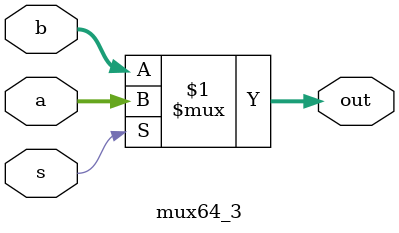
<source format=sv>
module mux64_3(input s, input [63:0] a, input [63:0] b, output [63:0] out);
  assign out = s ? a : b;
endmodule

</source>
